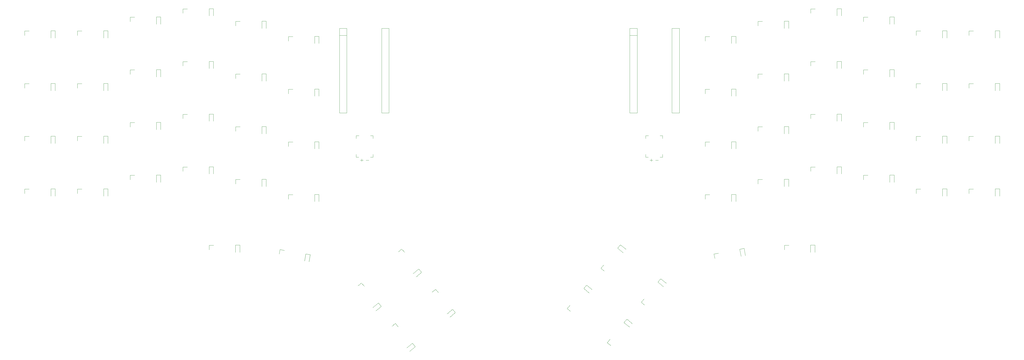
<source format=gbr>
%TF.GenerationSoftware,KiCad,Pcbnew,8.0.2-1.fc40*%
%TF.CreationDate,2024-06-26T22:38:01-04:00*%
%TF.ProjectId,BatBoard,42617442-6f61-4726-942e-6b696361645f,v1.0.0*%
%TF.SameCoordinates,Original*%
%TF.FileFunction,Legend,Bot*%
%TF.FilePolarity,Positive*%
%FSLAX46Y46*%
G04 Gerber Fmt 4.6, Leading zero omitted, Abs format (unit mm)*
G04 Created by KiCad (PCBNEW 8.0.2-1.fc40) date 2024-06-26 22:38:01*
%MOMM*%
%LPD*%
G01*
G04 APERTURE LIST*
%ADD10C,0.120000*%
%ADD11C,0.100000*%
G04 APERTURE END LIST*
D10*
%TO.C,MCU2*%
X264010637Y-110582500D02*
X264010637Y-141182500D01*
X264010637Y-113182500D02*
X266670637Y-113182500D01*
X266670637Y-110582500D02*
X264010637Y-110582500D01*
X266670637Y-110582500D02*
X266670637Y-141182500D01*
X266670637Y-141182500D02*
X264010637Y-141182500D01*
X279250637Y-110582500D02*
X279250637Y-141182500D01*
X281910637Y-110582500D02*
X279250637Y-110582500D01*
X281910637Y-110582500D02*
X281910637Y-141182500D01*
X281910637Y-141182500D02*
X279250637Y-141182500D01*
%TO.C,MCU1*%
X159160000Y-110582500D02*
X159160000Y-141182500D01*
X159160000Y-113182500D02*
X161820000Y-113182500D01*
X161820000Y-110582500D02*
X159160000Y-110582500D01*
X161820000Y-110582500D02*
X161820000Y-141182500D01*
X161820000Y-141182500D02*
X159160000Y-141182500D01*
X174400000Y-110582500D02*
X174400000Y-141182500D01*
X177060000Y-110582500D02*
X174400000Y-110582500D01*
X177060000Y-110582500D02*
X177060000Y-141182500D01*
X177060000Y-141182500D02*
X174400000Y-141182500D01*
%TO.C,D53*%
X300735637Y-132527500D02*
X300735637Y-135127500D01*
X300735637Y-132527500D02*
X302335637Y-132527500D01*
X302335637Y-132527500D02*
X302335637Y-135127500D01*
%TO.C,D24*%
X150165000Y-113477500D02*
X150165000Y-116077500D01*
X150165000Y-113477500D02*
X151765000Y-113477500D01*
X151765000Y-113477500D02*
X151765000Y-116077500D01*
%TO.C,LED51*%
X291270637Y-170700000D02*
X292870637Y-170700000D01*
X291270637Y-172300000D02*
X291270637Y-170700000D01*
%TO.C,LED48*%
X310320637Y-146150000D02*
X311920637Y-146150000D01*
X310320637Y-147750000D02*
X310320637Y-146150000D01*
%TO.C,LED52*%
X291270637Y-151650000D02*
X292870637Y-151650000D01*
X291270637Y-153250000D02*
X291270637Y-151650000D01*
%TO.C,LED34*%
X386520637Y-111550000D02*
X388120637Y-111550000D01*
X386520637Y-113150000D02*
X386520637Y-111550000D01*
%TO.C,LED11*%
X83550000Y-125600000D02*
X85150000Y-125600000D01*
X83550000Y-127200000D02*
X83550000Y-125600000D01*
%TO.C,LED25*%
X112125000Y-189012500D02*
X113725000Y-189012500D01*
X112125000Y-190612500D02*
X112125000Y-189012500D01*
%TO.C,D13*%
X112065000Y-160627500D02*
X112065000Y-163227500D01*
X112065000Y-160627500D02*
X113665000Y-160627500D01*
X113665000Y-160627500D02*
X113665000Y-163227500D01*
%TO.C,LED4*%
X45450000Y-111550000D02*
X47050000Y-111550000D01*
X45450000Y-113150000D02*
X45450000Y-111550000D01*
%TO.C,D14*%
X112065000Y-141577500D02*
X112065000Y-144177500D01*
X112065000Y-141577500D02*
X113665000Y-141577500D01*
X113665000Y-141577500D02*
X113665000Y-144177500D01*
%TO.C,D39*%
X357885637Y-163627500D02*
X357885637Y-166227500D01*
X357885637Y-163627500D02*
X359485637Y-163627500D01*
X359485637Y-163627500D02*
X359485637Y-166227500D01*
%TO.C,D49*%
X319785637Y-127027500D02*
X319785637Y-129627500D01*
X319785637Y-127027500D02*
X321385637Y-127027500D01*
X321385637Y-127027500D02*
X321385637Y-129627500D01*
%TO.C,LED19*%
X121650000Y-127100000D02*
X123250000Y-127100000D01*
X121650000Y-128700000D02*
X121650000Y-127100000D01*
%TO.C,LED44*%
X329370637Y-141650000D02*
X330970637Y-141650000D01*
X329370637Y-143250000D02*
X329370637Y-141650000D01*
%TO.C,LED36*%
X367470637Y-149650000D02*
X369070637Y-149650000D01*
X367470637Y-151250000D02*
X367470637Y-149650000D01*
%TO.C,LED22*%
X140700000Y-151650000D02*
X142300000Y-151650000D01*
X140700000Y-153250000D02*
X140700000Y-151650000D01*
%TO.C,D18*%
X131115000Y-146077500D02*
X131115000Y-148677500D01*
X131115000Y-146077500D02*
X132715000Y-146077500D01*
X132715000Y-146077500D02*
X132715000Y-148677500D01*
%TO.C,D19*%
X131115000Y-127027500D02*
X131115000Y-129627500D01*
X131115000Y-127027500D02*
X132715000Y-127027500D01*
X132715000Y-127027500D02*
X132715000Y-129627500D01*
%TO.C,LED6*%
X64500000Y-149650000D02*
X66100000Y-149650000D01*
X64500000Y-151250000D02*
X64500000Y-149650000D01*
%TO.C,LED50*%
X310320637Y-108050000D02*
X311920637Y-108050000D01*
X310320637Y-109650000D02*
X310320637Y-108050000D01*
%TO.C,D2*%
X54915000Y-149577500D02*
X54915000Y-152177500D01*
X54915000Y-149577500D02*
X56515000Y-149577500D01*
X56515000Y-149577500D02*
X56515000Y-152177500D01*
%TO.C,D41*%
X357885637Y-125527500D02*
X357885637Y-128127500D01*
X357885637Y-125527500D02*
X359485637Y-125527500D01*
X359485637Y-125527500D02*
X359485637Y-128127500D01*
%TO.C,LED60*%
X241359555Y-211894449D02*
X242388015Y-210668778D01*
X242585226Y-212922909D02*
X241359555Y-211894449D01*
%TO.C,LED3*%
X45450000Y-130600000D02*
X47050000Y-130600000D01*
X45450000Y-132200000D02*
X45450000Y-130600000D01*
%TO.C,D1*%
X54915000Y-168627500D02*
X54915000Y-171227500D01*
X54915000Y-168627500D02*
X56515000Y-168627500D01*
X56515000Y-168627500D02*
X56515000Y-171227500D01*
%TO.C,LED15*%
X102600000Y-122600000D02*
X104200000Y-122600000D01*
X102600000Y-124200000D02*
X102600000Y-122600000D01*
%TO.C,D56*%
X303741681Y-190428867D02*
X304193166Y-192989367D01*
X303741681Y-190428867D02*
X305317374Y-190151030D01*
X305317374Y-190151030D02*
X305768859Y-192711530D01*
%TO.C,D46*%
X338835637Y-103477500D02*
X338835637Y-106077500D01*
X338835637Y-103477500D02*
X340435637Y-103477500D01*
X340435637Y-103477500D02*
X340435637Y-106077500D01*
%TO.C,D58*%
X261916869Y-216918945D02*
X262945330Y-215693273D01*
X261916869Y-216918945D02*
X263908585Y-218590192D01*
X262945330Y-215693273D02*
X264937045Y-217364521D01*
%TO.C,D34*%
X395985637Y-111477500D02*
X395985637Y-114077500D01*
X395985637Y-111477500D02*
X397585637Y-111477500D01*
X397585637Y-111477500D02*
X397585637Y-114077500D01*
%TO.C,LED46*%
X329370637Y-103550000D02*
X330970637Y-103550000D01*
X329370637Y-105150000D02*
X329370637Y-103550000D01*
%TO.C,LED26*%
X137397984Y-192139340D02*
X137675821Y-190563648D01*
X137675821Y-190563648D02*
X139251513Y-190841485D01*
%TO.C,LED9*%
X83550000Y-163700000D02*
X85150000Y-163700000D01*
X83550000Y-165300000D02*
X83550000Y-163700000D01*
%TO.C,D8*%
X73965000Y-111477500D02*
X73965000Y-114077500D01*
X73965000Y-111477500D02*
X75565000Y-111477500D01*
X75565000Y-111477500D02*
X75565000Y-114077500D01*
%TO.C,LED39*%
X348420637Y-163700000D02*
X350020637Y-163700000D01*
X348420637Y-165300000D02*
X348420637Y-163700000D01*
%TO.C,LED17*%
X121650000Y-165200000D02*
X123250000Y-165200000D01*
X121650000Y-166800000D02*
X121650000Y-165200000D01*
%TO.C,D44*%
X338835637Y-141577500D02*
X338835637Y-144177500D01*
X338835637Y-141577500D02*
X340435637Y-141577500D01*
X340435637Y-141577500D02*
X340435637Y-144177500D01*
%TO.C,D36*%
X376935637Y-149577500D02*
X376935637Y-152177500D01*
X376935637Y-149577500D02*
X378535637Y-149577500D01*
X378535637Y-149577500D02*
X378535637Y-152177500D01*
%TO.C,D23*%
X150165000Y-132527500D02*
X150165000Y-135127500D01*
X150165000Y-132527500D02*
X151765000Y-132527500D01*
X151765000Y-132527500D02*
X151765000Y-135127500D01*
%TO.C,D55*%
X329310637Y-188940000D02*
X329310637Y-191540000D01*
X329310637Y-188940000D02*
X330910637Y-188940000D01*
X330910637Y-188940000D02*
X330910637Y-191540000D01*
%TO.C,LED40*%
X348420637Y-144650000D02*
X350020637Y-144650000D01*
X348420637Y-146250000D02*
X348420637Y-144650000D01*
%TO.C,D45*%
X338835637Y-122527500D02*
X338835637Y-125127500D01*
X338835637Y-122527500D02*
X340435637Y-122527500D01*
X340435637Y-122527500D02*
X340435637Y-125127500D01*
%TO.C,LED56*%
X294433064Y-192143846D02*
X296008758Y-191866009D01*
X294710903Y-193719538D02*
X294433064Y-192143846D01*
%TO.C,LED38*%
X367470637Y-111550000D02*
X369070637Y-111550000D01*
X367470637Y-113150000D02*
X367470637Y-111550000D01*
%TO.C,LED33*%
X386520637Y-130600000D02*
X388120637Y-130600000D01*
X386520637Y-132200000D02*
X386520637Y-130600000D01*
%TO.C,LED42*%
X348420637Y-106550000D02*
X350020637Y-106550000D01*
X348420637Y-108150000D02*
X348420637Y-106550000D01*
%TO.C,D10*%
X93015000Y-144577500D02*
X93015000Y-147177500D01*
X93015000Y-144577500D02*
X94615000Y-144577500D01*
X94615000Y-144577500D02*
X94615000Y-147177500D01*
%TO.C,LED49*%
X310320637Y-127100000D02*
X311920637Y-127100000D01*
X310320637Y-128700000D02*
X310320637Y-127100000D01*
%TO.C,D33*%
X395985637Y-130527500D02*
X395985637Y-133127500D01*
X395985637Y-130527500D02*
X397585637Y-130527500D01*
X397585637Y-130527500D02*
X397585637Y-133127500D01*
%TO.C,LED8*%
X64500000Y-111550000D02*
X66100000Y-111550000D01*
X64500000Y-113150000D02*
X64500000Y-111550000D01*
%TO.C,D31*%
X395985637Y-168627500D02*
X395985637Y-171227500D01*
X395985637Y-168627500D02*
X397585637Y-168627500D01*
X397585637Y-168627500D02*
X397585637Y-171227500D01*
%TO.C,LED31*%
X386520637Y-168700000D02*
X388120637Y-168700000D01*
X386520637Y-170300000D02*
X386520637Y-168700000D01*
%TO.C,LED23*%
X140700000Y-132600000D02*
X142300000Y-132600000D01*
X140700000Y-134200000D02*
X140700000Y-132600000D01*
%TO.C,D17*%
X131115000Y-165127500D02*
X131115000Y-167727500D01*
X131115000Y-165127500D02*
X132715000Y-165127500D01*
X132715000Y-165127500D02*
X132715000Y-167727500D01*
%TO.C,LED12*%
X83550000Y-106550000D02*
X85150000Y-106550000D01*
X83550000Y-108150000D02*
X83550000Y-106550000D01*
%TO.C,LED43*%
X329370637Y-160700000D02*
X330970637Y-160700000D01*
X329370637Y-162300000D02*
X329370637Y-160700000D01*
%TO.C,D60*%
X247388001Y-204597236D02*
X248416462Y-203371564D01*
X247388001Y-204597236D02*
X249379717Y-206268483D01*
X248416462Y-203371564D02*
X250408177Y-205042812D01*
%TO.C,LED53*%
X291270637Y-132600000D02*
X292870637Y-132600000D01*
X291270637Y-134200000D02*
X291270637Y-132600000D01*
%TO.C,LED55*%
X319845637Y-189012500D02*
X321445637Y-189012500D01*
X319845637Y-190612500D02*
X319845637Y-189012500D01*
%TO.C,LED13*%
X102600000Y-160700000D02*
X104200000Y-160700000D01*
X102600000Y-162300000D02*
X102600000Y-160700000D01*
%TO.C,LED21*%
X140700000Y-170700000D02*
X142300000Y-170700000D01*
X140700000Y-172300000D02*
X140700000Y-170700000D01*
%TO.C,D3*%
X54915000Y-130527500D02*
X54915000Y-133127500D01*
X54915000Y-130527500D02*
X56515000Y-130527500D01*
X56515000Y-130527500D02*
X56515000Y-133127500D01*
%TO.C,D27*%
X173227266Y-209856014D02*
X171235551Y-211527262D01*
X173227266Y-209856014D02*
X174255727Y-211081686D01*
X174255727Y-211081686D02*
X172264011Y-212752933D01*
%TO.C,LED35*%
X367470637Y-168700000D02*
X369070637Y-168700000D01*
X367470637Y-170300000D02*
X367470637Y-168700000D01*
%TO.C,LED24*%
X140700000Y-113550000D02*
X142300000Y-113550000D01*
X140700000Y-115150000D02*
X140700000Y-113550000D01*
%TO.C,D22*%
X150165000Y-151577500D02*
X150165000Y-154177500D01*
X150165000Y-151577500D02*
X151765000Y-151577500D01*
X151765000Y-151577500D02*
X151765000Y-154177500D01*
%TO.C,D54*%
X300735637Y-113477500D02*
X300735637Y-116077500D01*
X300735637Y-113477500D02*
X302335637Y-113477500D01*
X302335637Y-113477500D02*
X302335637Y-116077500D01*
%TO.C,LED32*%
X386520637Y-149650000D02*
X388120637Y-149650000D01*
X386520637Y-151250000D02*
X386520637Y-149650000D01*
%TO.C,LED29*%
X180423079Y-191397060D02*
X181648750Y-190368600D01*
X181648750Y-190368600D02*
X182677210Y-191594271D01*
%TO.C,LED2*%
X45450000Y-149650000D02*
X47050000Y-149650000D01*
X45450000Y-151250000D02*
X45450000Y-149650000D01*
%TO.C,D37*%
X376935637Y-130527500D02*
X376935637Y-133127500D01*
X376935637Y-130527500D02*
X378535637Y-130527500D01*
X378535637Y-130527500D02*
X378535637Y-133127500D01*
%TO.C,D7*%
X73965000Y-130527500D02*
X73965000Y-133127500D01*
X73965000Y-130527500D02*
X75565000Y-130527500D01*
X75565000Y-130527500D02*
X75565000Y-133127500D01*
%TO.C,D5*%
X73965000Y-168627500D02*
X73965000Y-171227500D01*
X73965000Y-168627500D02*
X75565000Y-168627500D01*
X75565000Y-168627500D02*
X75565000Y-171227500D01*
%TO.C,D20*%
X131115000Y-107977500D02*
X131115000Y-110577500D01*
X131115000Y-107977500D02*
X132715000Y-107977500D01*
X132715000Y-107977500D02*
X132715000Y-110577500D01*
%TO.C,D4*%
X54915000Y-111477500D02*
X54915000Y-114077500D01*
X54915000Y-111477500D02*
X56515000Y-111477500D01*
X56515000Y-111477500D02*
X56515000Y-114077500D01*
%TO.C,LED41*%
X348420637Y-125600000D02*
X350020637Y-125600000D01*
X348420637Y-127200000D02*
X348420637Y-125600000D01*
%TO.C,D6*%
X73965000Y-149577500D02*
X73965000Y-152177500D01*
X73965000Y-149577500D02*
X75565000Y-149577500D01*
X75565000Y-149577500D02*
X75565000Y-152177500D01*
%TO.C,LED59*%
X253572520Y-197339604D02*
X254600980Y-196113933D01*
X254798191Y-198368064D02*
X253572520Y-197339604D01*
%TO.C,LED10*%
X83550000Y-144650000D02*
X85150000Y-144650000D01*
X83550000Y-146250000D02*
X83550000Y-144650000D01*
%TO.C,D35*%
X376935637Y-168627500D02*
X376935637Y-171227500D01*
X376935637Y-168627500D02*
X378535637Y-168627500D01*
X378535637Y-168627500D02*
X378535637Y-171227500D01*
%TO.C,D25*%
X121590000Y-188940000D02*
X121590000Y-191540000D01*
X121590000Y-188940000D02*
X123190000Y-188940000D01*
X123190000Y-188940000D02*
X123190000Y-191540000D01*
%TO.C,D11*%
X93015000Y-125527500D02*
X93015000Y-128127500D01*
X93015000Y-125527500D02*
X94615000Y-125527500D01*
X94615000Y-125527500D02*
X94615000Y-128127500D01*
%TO.C,D12*%
X93015000Y-106477500D02*
X93015000Y-109077500D01*
X93015000Y-106477500D02*
X94615000Y-106477500D01*
X94615000Y-106477500D02*
X94615000Y-109077500D01*
%TO.C,LED54*%
X291270637Y-113550000D02*
X292870637Y-113550000D01*
X291270637Y-115150000D02*
X291270637Y-113550000D01*
%TO.C,LED37*%
X367470637Y-130600000D02*
X369070637Y-130600000D01*
X367470637Y-132200000D02*
X367470637Y-130600000D01*
%TO.C,LED28*%
X178107176Y-218273613D02*
X179332847Y-217245153D01*
X179332847Y-217245153D02*
X180361307Y-218470824D01*
%TO.C,D29*%
X187788273Y-197572608D02*
X185796558Y-199243856D01*
X187788273Y-197572608D02*
X188816734Y-198798280D01*
X188816734Y-198798280D02*
X186825018Y-200469527D01*
%TO.C,D59*%
X259600966Y-190042392D02*
X260629427Y-188816720D01*
X259600966Y-190042392D02*
X261592682Y-191713639D01*
X260629427Y-188816720D02*
X262621142Y-190487968D01*
%TO.C,D30*%
X200001237Y-212127452D02*
X198009522Y-213798700D01*
X200001237Y-212127452D02*
X201029698Y-213353124D01*
X201029698Y-213353124D02*
X199037982Y-215024371D01*
%TO.C,D50*%
X319785637Y-107977500D02*
X319785637Y-110577500D01*
X319785637Y-107977500D02*
X321385637Y-107977500D01*
X321385637Y-107977500D02*
X321385637Y-110577500D01*
%TO.C,D38*%
X376935637Y-111477500D02*
X376935637Y-114077500D01*
X376935637Y-111477500D02*
X378535637Y-111477500D01*
X378535637Y-111477500D02*
X378535637Y-114077500D01*
%TO.C,LED27*%
X165862072Y-203680466D02*
X167087743Y-202652006D01*
X167087743Y-202652006D02*
X168116203Y-203877677D01*
%TO.C,LED18*%
X121650000Y-146150000D02*
X123250000Y-146150000D01*
X121650000Y-147750000D02*
X121650000Y-146150000D01*
%TO.C,LED45*%
X329370637Y-122600000D02*
X330970637Y-122600000D01*
X329370637Y-124200000D02*
X329370637Y-122600000D01*
%TO.C,LED14*%
X102600000Y-141650000D02*
X104200000Y-141650000D01*
X102600000Y-143250000D02*
X102600000Y-141650000D01*
%TO.C,D40*%
X357885637Y-144577500D02*
X357885637Y-147177500D01*
X357885637Y-144577500D02*
X359485637Y-144577500D01*
X359485637Y-144577500D02*
X359485637Y-147177500D01*
%TO.C,D28*%
X185472370Y-224449161D02*
X183480655Y-226120409D01*
X185472370Y-224449161D02*
X186500831Y-225674833D01*
X186500831Y-225674833D02*
X184509115Y-227346080D01*
%TO.C,D48*%
X319785637Y-146077500D02*
X319785637Y-148677500D01*
X319785637Y-146077500D02*
X321385637Y-146077500D01*
X321385637Y-146077500D02*
X321385637Y-148677500D01*
%TO.C,LED57*%
X268133527Y-209623011D02*
X269161987Y-208397340D01*
X269359198Y-210651471D02*
X268133527Y-209623011D01*
%TO.C,LED58*%
X255888423Y-224216157D02*
X256916883Y-222990486D01*
X257114094Y-225244617D02*
X255888423Y-224216157D01*
%TO.C,D47*%
X319785637Y-165127500D02*
X319785637Y-167727500D01*
X319785637Y-165127500D02*
X321385637Y-165127500D01*
X321385637Y-165127500D02*
X321385637Y-167727500D01*
%TO.C,D43*%
X338835637Y-160627500D02*
X338835637Y-163227500D01*
X338835637Y-160627500D02*
X340435637Y-160627500D01*
X340435637Y-160627500D02*
X340435637Y-163227500D01*
%TO.C,D52*%
X300735637Y-151577500D02*
X300735637Y-154177500D01*
X300735637Y-151577500D02*
X302335637Y-151577500D01*
X302335637Y-151577500D02*
X302335637Y-154177500D01*
%TO.C,D32*%
X395985637Y-149577500D02*
X395985637Y-152177500D01*
X395985637Y-149577500D02*
X397585637Y-149577500D01*
X397585637Y-149577500D02*
X397585637Y-152177500D01*
%TO.C,LED20*%
X121650000Y-108050000D02*
X123250000Y-108050000D01*
X121650000Y-109650000D02*
X121650000Y-108050000D01*
%TO.C,D26*%
X147009616Y-192135829D02*
X146558131Y-194696329D01*
X147009616Y-192135829D02*
X148585309Y-192413666D01*
X148585309Y-192413666D02*
X148133824Y-194974166D01*
%TO.C,LED1*%
X45450000Y-168700000D02*
X47050000Y-168700000D01*
X45450000Y-170300000D02*
X45450000Y-168700000D01*
%TO.C,LED47*%
X310320637Y-165200000D02*
X311920637Y-165200000D01*
X310320637Y-166800000D02*
X310320637Y-165200000D01*
%TO.C,JST2*%
X269760637Y-149390000D02*
X269760637Y-150390000D01*
X269760637Y-157210000D02*
X269760637Y-156210000D01*
X270680637Y-157210000D02*
X269760637Y-157210000D01*
X270760637Y-149390000D02*
X269760637Y-149390000D01*
D11*
X271320637Y-158250000D02*
X272320637Y-158250000D01*
X271820637Y-157750000D02*
X271820637Y-158750000D01*
X274320637Y-158250000D02*
X273320637Y-158250000D01*
D10*
X274960637Y-149390000D02*
X275880637Y-149390000D01*
X274960637Y-157210000D02*
X275880637Y-157210000D01*
X275880637Y-149390000D02*
X275880637Y-150390000D01*
X275880637Y-157210000D02*
X275880637Y-156210000D01*
%TO.C,LED16*%
X102600000Y-103550000D02*
X104200000Y-103550000D01*
X102600000Y-105150000D02*
X102600000Y-103550000D01*
%TO.C,D15*%
X112065000Y-122527500D02*
X112065000Y-125127500D01*
X112065000Y-122527500D02*
X113665000Y-122527500D01*
X113665000Y-122527500D02*
X113665000Y-125127500D01*
%TO.C,D16*%
X112065000Y-103477500D02*
X112065000Y-106077500D01*
X112065000Y-103477500D02*
X113665000Y-103477500D01*
X113665000Y-103477500D02*
X113665000Y-106077500D01*
%TO.C,JST1*%
X165190000Y-149390000D02*
X165190000Y-150390000D01*
X165190000Y-157210000D02*
X165190000Y-156210000D01*
X166110000Y-157210000D02*
X165190000Y-157210000D01*
X166190000Y-149390000D02*
X165190000Y-149390000D01*
D11*
X166750000Y-158250000D02*
X167750000Y-158250000D01*
X167250000Y-157750000D02*
X167250000Y-158750000D01*
X169750000Y-158250000D02*
X168750000Y-158250000D01*
D10*
X170390000Y-149390000D02*
X171310000Y-149390000D01*
X170390000Y-157210000D02*
X171310000Y-157210000D01*
X171310000Y-149390000D02*
X171310000Y-150390000D01*
X171310000Y-157210000D02*
X171310000Y-156210000D01*
%TO.C,D57*%
X274161973Y-202325798D02*
X275190434Y-201100126D01*
X274161973Y-202325798D02*
X276153689Y-203997045D01*
X275190434Y-201100126D02*
X277182149Y-202771374D01*
%TO.C,D21*%
X150165000Y-170627500D02*
X150165000Y-173227500D01*
X150165000Y-170627500D02*
X151765000Y-170627500D01*
X151765000Y-170627500D02*
X151765000Y-173227500D01*
%TO.C,D51*%
X300735637Y-170627500D02*
X300735637Y-173227500D01*
X300735637Y-170627500D02*
X302335637Y-170627500D01*
X302335637Y-170627500D02*
X302335637Y-173227500D01*
%TO.C,D42*%
X357885637Y-106477500D02*
X357885637Y-109077500D01*
X357885637Y-106477500D02*
X359485637Y-106477500D01*
X359485637Y-106477500D02*
X359485637Y-109077500D01*
%TO.C,LED7*%
X64500000Y-130600000D02*
X66100000Y-130600000D01*
X64500000Y-132200000D02*
X64500000Y-130600000D01*
%TO.C,LED30*%
X192636044Y-205951904D02*
X193861715Y-204923444D01*
X193861715Y-204923444D02*
X194890175Y-206149115D01*
%TO.C,D9*%
X93015000Y-163627500D02*
X93015000Y-166227500D01*
X93015000Y-163627500D02*
X94615000Y-163627500D01*
X94615000Y-163627500D02*
X94615000Y-166227500D01*
%TO.C,LED5*%
X64500000Y-168700000D02*
X66100000Y-168700000D01*
X64500000Y-170300000D02*
X64500000Y-168700000D01*
%TD*%
M02*

</source>
